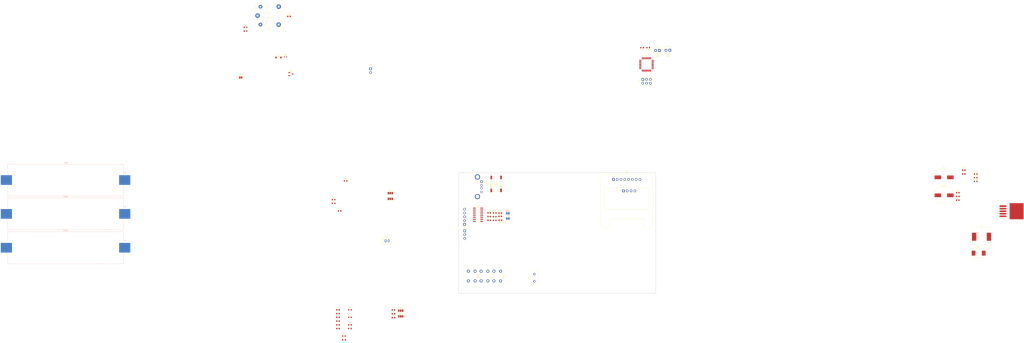
<source format=kicad_pcb>
(kicad_pcb (version 20241229) (generator "pcbnew") (generator_version "9.0")
  (layers (0 "F.Cu" signal) (2 "B.Cu" signal) (13 "F.Paste" user) (15 "B.Paste" user) (5 "F.SilkS" user "F.Silkscreen") (7 "B.SilkS" user "B.Silkscreen") (1 "F.Mask" user) (3 "B.Mask" user) (25 "Edge.Cuts" user))
  (net 0 "")
  (net 1 "+12V")
  (net 2 "GND")
  (net 3 "+5V")
  (net 4 "ARDU_RST")
  (net 5 "Net-(U3-V3)")
  (net 6 "Net-(D3-A)")
  (net 7 "UART_TX")
  (net 8 "Net-(D4-A)")
  (net 9 "Net-(D5-A)")
  (net 10 "UART_RX")
  (net 11 "Net-(D10-A)")
  (net 12 "Net-(D11-A)")
  (net 13 "Net-(D12-A)")
  (net 14 "PSensor")
  (net 15 "SDA")
  (net 16 "SCL")
  (net 17 "SCK")
  (net 18 "MISO")
  (net 19 "MOSI")
  (net 20 "Net-(JP1-A)")
  (net 21 "RLY_CTRL")
  (net 22 "Net-(JP2-B)")
  (net 23 "Net-(JP2-C)")
  (net 24 "Net-(JP2-A)")
  (net 25 "VBUS")
  (net 26 "Net-(JP3-A)")
  (net 27 "Net-(JP7-A)")
  (net 28 "Net-(Q1-B)")
  (net 29 "Vsense")
  (net 30 "D+")
  (net 33 "D-")
  (net 39 "Net-(U1-AREF)")
  (net 40 "Net-(U1-XTAL1{slash}PB6)")
  (net 41 "Net-(U1-XTAL2{slash}PB7)")
  (net 42 "Net-(J6-Pin_4)")
  (net 43 "Net-(D1-A)")
  (net 44 "Net-(D2-A)")
  (net 45 "Net-(D6-A)")
  (net 46 "Net-(D6-K)")
  (net 47 "Net-(D8-K)")
  (net 48 "Net-(D9-K)")
  (net 49 "Net-(J1-Pin_1)")
  (net 50 "Net-(J2-Pin_3)")
  (net 51 "Net-(J2-Pin_4)")
  (net 52 "Net-(JP1-B)")
  (net 53 "Net-(JP1-C)")
  (net 54 "Net-(JP6-A)")
  (net 56 "Net-(U1-PD7)")
  (net 57 "Net-(U1-PD4)")
  (net 58 "Net-(U1-PD3)")
  (net 59 "Net-(U2-~{ON}{slash}OFF)")
  (net 60 "Net-(U2-FB)")
  (footprint "Capacitor_SMD:C_0603_1608Metric" (layer "F.Cu") (at 470.7 18.32)
    (property "Reference" "C13" (at 0 -1.43 0) (layer "F.SilkS"))
    (property "Value" "0.47uF")
    (pad "1" smd roundrect (at -0.775 0) (size 0.9 0.95) (layers "F.Cu" "F.Mask" "F.Paste") (net 3 "+5V"))
    (pad "2" smd roundrect (at 0.775 0) (size 0.9 0.95) (layers "F.Cu" "F.Mask" "F.Paste") (net 2 "GND"))
  )
  (footprint "Resistor_SMD:R_0603_1608Metric" (layer "F.Cu") (at -11.08 -80.07)
    (property "Reference" "R11" (at 0 -1.43 0) (layer "F.SilkS"))
    (property "Value" "1K")
    (pad "1" smd roundrect (at -0.825 0) (size 0.8 0.95) (layers "F.Cu" "F.Mask" "F.Paste") (net 26 "Net-(JP3-A)"))
    (pad "2" smd roundrect (at 0.825 0) (size 0.8 0.95) (layers "F.Cu" "F.Mask" "F.Paste") (net 28 "Net-(Q1-B)"))
  )
  (footprint "Capacitor_SMD:CP_Elec_10x10.5" (layer "F.Cu") (at 457.515 20.58)
    (property "Reference" "C7" (at 0 -6.3 0) (layer "F.SilkS"))
    (property "Value" "100uF")
    (pad "1" smd roundrect (at -4.2 0) (size 4.4 2.5) (layers "F.Cu" "F.Mask" "F.Paste") (roundrect_rratio 0.1) (net 1 "+12V"))
    (pad "2" smd roundrect (at 4.2 0) (size 4.4 2.5) (layers "F.Cu" "F.Mask" "F.Paste") (roundrect_rratio 0.1) (net 2 "GND"))
  )
  (footprint "Resistor_SMD:R_0603_1608Metric" (layer "F.Cu") (at 156.085 44.475)
    (property "Reference" "R20" (at 0 -1.43 0) (layer "F.SilkS"))
    (property "Value" "10K")
    (pad "1" smd roundrect (at -0.825 0) (size 0.8 0.95) (layers "F.Cu" "F.Mask" "F.Paste") (net 25 "VBUS"))
    (pad "2" smd roundrect (at 0.825 0) (size 0.8 0.95) (layers "F.Cu" "F.Mask" "F.Paste") (net 11 "Net-(D10-A)"))
  )
  (footprint "Capacitor_SMD:C_0603_1608Metric" (layer "F.Cu") (at 50.97 119.52)
    (property "Reference" "C5" (at 0 -1.43 0) (layer "F.SilkS"))
    (property "Value" "22pF")
    (pad "1" smd roundrect (at -0.775 0) (size 0.9 0.95) (layers "F.Cu" "F.Mask" "F.Paste") (net 40 "Net-(U1-XTAL1{slash}PB6)"))
    (pad "2" smd roundrect (at 0.775 0) (size 0.9 0.95) (layers "F.Cu" "F.Mask" "F.Paste") (net 2 "GND"))
  )
  (footprint "LED_SMD:LED_0603_1608Metric" (layer "F.Cu") (at 159.74 46.755 180)
    (property "Reference" "D11" (at 0 -1.43 0) (layer "F.SilkS"))
    (property "Value" "LED")
    (pad "1" smd roundrect (at -0.7875 0 180) (size 0.875 0.95) (layers "F.Cu" "F.Mask" "F.Paste") (net 10 "UART_RX"))
    (pad "2" smd roundrect (at 0.7875 0 180) (size 0.875 0.95) (layers "F.Cu" "F.Mask" "F.Paste") (net 12 "Net-(D11-A)"))
  )
  (footprint "Inductor_SMD:L_12x12mm_H8mm" (layer "F.Cu") (at 482.62 60.43)
    (property "Reference" "L1" (at 0 -7.4 0) (layer "F.SilkS"))
    (property "Value" "47uH")
    (pad "1" smd rect (at -4.95 0) (size 2.9 5.4) (layers "F.Cu" "F.Mask" "F.Paste") (net 48 "Net-(D9-K)"))
    (pad "2" smd rect (at 4.95 0) (size 2.9 5.4) (layers "F.Cu" "F.Mask" "F.Paste") (net 3 "+5V"))
  )
  (footprint "Button_Switch_SMD:SW_DIP_SPSTx01_Slide_9.78x4.72mm_W8.61mm_P2.54mm" (layer "F.Cu") (at 153.79 25.02 90)
    (property "Reference" "SW6" (at 0 -3.42 90) (layer "F.SilkS"))
    (property "Value" "SW_SPST")
    (pad "1" smd roundrect (at -4.305 0 90) (size 2.44 1.12) (layers "F.Cu" "F.Mask" "F.Paste") (roundrect_rratio 0.223214) (net 49 "Net-(J1-Pin_1)"))
    (pad "2" smd roundrect (at 4.305 0 90) (size 2.44 1.12) (layers "F.Cu" "F.Mask" "F.Paste") (roundrect_rratio 0.223214) (net 1 "+12V"))
  )
  (footprint "Jumper:SolderJumper-3_P1.3mm_Open_Pad1.0x1.5mm" (layer "F.Cu") (at 86.12 35.015)
    (property "Reference" "JP5" (at 0 -1.8 0) (layer "F.SilkS"))
    (property "Value" "SolderJumper_3_Open")
    (pad "1" smd rect (at -1.3 0) (size 1 1.5) (layers "F.Cu" "F.Mask") (net 3 "+5V"))
    (pad "2" smd rect (at 0 0) (size 1 1.5) (layers "F.Cu" "F.Mask") (net 50 "Net-(J2-Pin_3)"))
    (pad "3" smd rect (at 1.3 0) (size 1 1.5) (layers "F.Cu" "F.Mask") (net 2 "GND"))
  )
  (footprint "Capacitor_SMD:C_0603_1608Metric" (layer "F.Cu") (at 50.97 114.5)
    (property "Reference" "C3" (at 0 -1.43 0) (layer "F.SilkS"))
    (property "Value" "1uF")
    (pad "1" smd roundrect (at -0.775 0) (size 0.9 0.95) (layers "F.Cu" "F.Mask" "F.Paste") (net 2 "GND"))
    (pad "2" smd roundrect (at 0.775 0) (size 0.9 0.95) (layers "F.Cu" "F.Mask" "F.Paste") (net 3 "+5V"))
  )
  (footprint "Resistor_SMD:R_0603_1608Metric" (layer "F.Cu") (at 156.085 49.495)
    (property "Reference" "R22" (at 0 -1.43 0) (layer "F.SilkS"))
    (property "Value" "2K2")
    (pad "1" smd roundrect (at -0.825 0) (size 0.8 0.95) (layers "F.Cu" "F.Mask" "F.Paste") (net 27 "Net-(JP7-A)"))
    (pad "2" smd roundrect (at 0.825 0) (size 0.8 0.95) (layers "F.Cu" "F.Mask" "F.Paste") (net 13 "Net-(D12-A)"))
  )
  (footprint "Jumper:SolderJumper-3_P1.3mm_Open_Pad1.0x1.5mm" (layer "F.Cu") (at 93.03 113.835)
    (property "Reference" "JP2" (at 0 -1.8 0) (layer "F.SilkS"))
    (property "Value" "SolderJumper_3_Open")
    (pad "1" smd rect (at -1.3 0) (size 1 1.5) (layers "F.Cu" "F.Mask") (net 24 "Net-(JP2-A)"))
    (pad "2" smd rect (at 0 0) (size 1 1.5) (layers "F.Cu" "F.Mask") (net 23 "Net-(JP2-C)"))
    (pad "3" smd rect (at 1.3 0) (size 1 1.5) (layers "F.Cu" "F.Mask") (net 22 "Net-(JP2-B)"))
  )
  (footprint "Connector_USB:USB_A_Connfly_DS1095" (layer "F.Cu") (at 147.23 23.42 -90)
    (property "Reference" "J7" (at -1.95 -2.35 90) (layer "F.SilkS"))
    (property "Value" "USB_A")
    (pad "1" thru_hole roundrect (at 0 0 270) (size 1.524 1.524) (drill 0.92) (layers "*.Cu" "*.Mask") (roundrect_rratio 0.1640419948) (net 25 "VBUS"))
    (pad "2" thru_hole circle (at 2.5 0 270) (size 1.524 1.524) (drill 0.92) (layers "*.Cu" "*.Mask") (net 33 "D-"))
    (pad "3" thru_hole circle (at 4.5 0 270) (size 1.524 1.524) (drill 0.92) (layers "*.Cu" "*.Mask") (net 30 "D+"))
    (pad "4" thru_hole circle (at 7 0 270) (size 1.524 1.524) (drill 0.92) (layers "*.Cu" "*.Mask") (net 2 "GND"))
    (pad "5" thru_hole circle (at -3.07 2.71 270) (size 3.5 3.5) (drill 2.3) (layers "*.Cu" "*.Mask") (net 2 "GND"))
    (pad "5" thru_hole circle (at 10.07 2.71 270) (size 3.5 3.5) (drill 2.3) (layers "*.Cu" "*.Mask") (net 2 "GND"))
  )
  (footprint "Diode_SMD:D_SOD-123" (layer "F.Cu") (at 11.055 -59.77)
    (property "Reference" "D7" (at 0 -2 0) (layer "F.SilkS"))
    (property "Value" "1N4148WT")
    (pad "1" smd roundrect (at -1.65 0) (size 0.9 1.2) (layers "F.Cu" "F.Mask" "F.Paste") (net 1 "+12V"))
    (pad "2" smd roundrect (at 1.65 0) (size 0.9 1.2) (layers "F.Cu" "F.Mask" "F.Paste") (net 46 "Net-(D6-K)"))
  )
  (footprint "Capacitor_SMD:C_0603_1608Metric" (layer "F.Cu") (at 152.4 44.395)
    (property "Reference" "C14" (at 0 -1.43 0) (layer "F.SilkS"))
    (property "Value" "100nF")
    (pad "1" smd roundrect (at -0.775 0) (size 0.9 0.95) (layers "F.Cu" "F.Mask" "F.Paste") (net 25 "VBUS"))
    (pad "2" smd roundrect (at 0.775 0) (size 0.9 0.95) (layers "F.Cu" "F.Mask" "F.Paste") (net 2 "GND"))
  )
  (footprint "Capacitor_SMD:C_0603_1608Metric" (layer "F.Cu") (at 466.69 30.87)
    (property "Reference" "C8" (at 0 -1.43 0) (layer "F.SilkS"))
    (property "Value" "0.022uF")
    (pad "1" smd roundrect (at -0.775 0) (size 0.9 0.95) (layers "F.Cu" "F.Mask" "F.Paste") (net 1 "+12V"))
    (pad "2" smd roundrect (at 0.775 0) (size 0.9 0.95) (layers "F.Cu" "F.Mask" "F.Paste") (net 2 "GND"))
  )
  (footprint "Capacitor_SMD:C_0603_1608Metric" (layer "F.Cu") (at 50.97 117.01)
    (property "Reference" "C4" (at 0 -1.43 0) (layer "F.SilkS"))
    (property "Value" "10uF")
    (pad "1" smd roundrect (at -0.775 0) (size 0.9 0.95) (layers "F.Cu" "F.Mask" "F.Paste") (net 2 "GND"))
    (pad "2" smd roundrect (at 0.775 0) (size 0.9 0.95) (layers "F.Cu" "F.Mask" "F.Paste") (net 3 "+5V"))
  )
  (footprint "Package_QFP:TQFP-32_7x7mm_P0.8mm" (layer "F.Cu") (at 257.89 -55.1475)
    (property "Reference" "U1" (at 0 -5.85 0) (layer "F.SilkS"))
    (property "Value" "ATmega328P-A")
    (pad "1" smd roundrect (at -4.1625 -2.8) (size 1.475 0.55) (layers "F.Cu" "F.Mask" "F.Paste") (net 58 "Net-(U1-PD3)"))
    (pad "2" smd roundrect (at -4.1625 -2) (size 1.475 0.55) (layers "F.Cu" "F.Mask" "F.Paste") (net 57 "Net-(U1-PD4)"))
    (pad "3" smd roundrect (at -4.1625 -1.2) (size 1.475 0.55) (layers "F.Cu" "F.Mask" "F.Paste") (net 2 "GND"))
    (pad "4" smd roundrect (at -4.1625 -0.4) (size 1.475 0.55) (layers "F.Cu" "F.Mask" "F.Paste") (net 3 "+5V"))
    (pad "5" smd roundrect (at -4.1625 0.4) (size 1.475 0.55) (layers "F.Cu" "F.Mask" "F.Paste") (net 2 "GND"))
    (pad "6" smd roundrect (at -4.1625 1.2) (size 1.475 0.55) (layers "F.Cu" "F.Mask" "F.Paste") (net 3 "+5V"))
    (pad "7" smd roundrect (at -4.1625 2) (size 1.475 0.55) (layers "F.Cu" "F.Mask" "F.Paste") (net 40 "Net-(U1-XTAL1{slash}PB6)"))
    (pad "8" smd roundrect (at -4.1625 2.8) (size 1.475 0.55) (layers "F.Cu" "F.Mask" "F.Paste") (net 41 "Net-(U1-XTAL2{slash}PB7)"))
    (pad "9" smd roundrect (at -2.8 4.1625) (size 0.55 1.475) (layers "F.Cu" "F.Mask" "F.Paste") (net 23 "Net-(JP2-C)"))
    (pad "10" smd roundrect (at -2 4.1625) (size 0.55 1.475) (layers "F.Cu" "F.Mask" "F.Paste") (net 53 "Net-(JP1-C)"))
    (pad "11" smd roundrect (at -1.2 4.1625) (size 0.55 1.475) (layers "F.Cu" "F.Mask" "F.Paste") (net 56 "Net-(U1-PD7)"))
    (pad "12" smd roundrect (at -0.4 4.1625) (size 0.55 1.475) (layers "F.Cu" "F.Mask" "F.Paste") (net 21 "RLY_CTRL"))
    (pad "13" smd roundrect (at 0.4 4.1625) (size 0.55 1.475) (layers "F.Cu" "F.Mask" "F.Paste"))
    (pad "14" smd roundrect (at 1.2 4.1625) (size 0.55 1.475) (layers "F.Cu" "F.Mask" "F.Paste"))
    (pad "15" smd roundrect (at 2 4.1625) (size 0.55 1.475) (layers "F.Cu" "F.Mask" "F.Paste") (net 19 "MOSI"))
    (pad "16" smd roundrect (at 2.8 4.1625) (size 0.55 1.475) (layers "F.Cu" "F.Mask" "F.Paste") (net 18 "MISO"))
    (pad "17" smd roundrect (at 4.1625 2.8) (size 1.475 0.55) (layers "F.Cu" "F.Mask" "F.Paste") (net 17 "SCK"))
    (pad "18" smd roundrect (at 4.1625 2) (size 1.475 0.55) (layers "F.Cu" "F.Mask" "F.Paste") (net 3 "+5V"))
    (pad "19" smd roundrect (at 4.1625 1.2) (size 1.475 0.55) (layers "F.Cu" "F.Mask" "F.Paste"))
    (pad "20" smd roundrect (at 4.1625 0.4) (size 1.475 0.55) (layers "F.Cu" "F.Mask" "F.Paste") (net 39 "Net-(U1-AREF)"))
    (pad "21" smd roundrect (at 4.1625 -0.4) (size 1.475 0.55) (layers "F.Cu" "F.Mask" "F.Paste") (net 2 "GND"))
    (pad "22" smd roundrect (at 4.1625 -1.2) (size 1.475 0.55) (layers "F.Cu" "F.Mask" "F.Paste"))
    (pad "23" smd roundrect (at 4.1625 -2) (size 1.475 0.55) (layers "F.Cu" "F.Mask" "F.Paste") (net 14 "PSensor"))
    (pad "24" smd roundrect (at 4.1625 -2.8) (size 1.475 0.55) (layers "F.Cu" "F.Mask" "F.Paste") (net 29 "Vsense"))
    (pad "25" smd roundrect (at 2.8 -4.1625) (size 0.55 1.475) (layers "F.Cu" "F.Mask" "F.Paste"))
    (pad "26" smd roundrect (at 2 -4.1625) (size 0.55 1.475) (layers "F.Cu" "F.Mask" "F.Paste"))
    (pad "27" smd roundrect (at 1.2 -4.1625) (size 0.55 1.475) (layers "F.Cu" "F.Mask" "F.Paste") (net 15 "SDA"))
    (pad "28" smd roundrect (at 0.4 -4.1625) (size 0.55 1.475) (layers "F.Cu" "F.Mask" "F.Paste") (net 16 "SCL"))
    (pad "29" smd roundrect (at -0.4 -4.1625) (size 0.55 1.475) (layers "F.Cu" "F.Mask" "F.Paste") (net 4 "ARDU_RST"))
    (pad "30" smd roundrect (at -1.2 -4.1625) (size 0.55 1.475) (layers "F.Cu" "F.Mask" "F.Paste") (net 10 "UART_RX"))
    (pad "31" smd roundrect (at -2 -4.1625) (size 0.55 1.475) (layers "F.Cu" "F.Mask" "F.Paste") (net 7 "UART_TX"))
    (pad "32" smd roundrect (at -2.8 -4.1625) (size 0.55 1.475) (layers "F.Cu" "F.Mask" "F.Paste"))
  )
  (footprint "Relay_THT:Relay_SPDT_SANYOU_SRD_Series_Form_C" (layer "F.Cu") (at -2.99 -87.91)
    (property "Reference" "K1" (at 8.1 9.2 0) (layer "F.SilkS"))
    (property "Value" "SANYOU_SRD_Form_C")
    (pad "1" thru_hole circle (at 0 0 90) (size 3 3) (drill 1.3) (layers "*.Cu" "*.Mask") (net 47 "Net-(D8-K)"))
    (pad "2" thru_hole circle (at 1.95 6.05 90) (size 2.5 2.5) (drill 1) (layers "*.Cu" "*.Mask") (net 46 "Net-(D6-K)"))
    (pad "3" thru_hole circle (at 14.15 6.05 90) (size 3 3) (drill 1.3) (layers "*.Cu" "*.Mask") (net 1 "+12V"))
    (pad "4" thru_hole circle (at 14.2 -6 90) (size 3 3) (drill 1.3) (layers "*.Cu" "*.Mask"))
    (pad "5" thru_hole circle (at 1.95 -5.95 90) (size 2.5 2.5) (drill 1) (layers "*.Cu" "*.Mask") (net 1 "+12V"))
  )
  (footprint "Resistor_SMD:R_0603_1608Metric" (layer "F.Cu") (at 254.94 -66.39 180)
    (property "Reference" "R8" (at 0 -1.43 0) (layer "F.SilkS"))
    (property "Value" "1K")
    (pad "1" smd roundrect (at -0.825 0 180) (size 0.8 0.95) (layers "F.Cu" "F.Mask" "F.Paste") (net 24 "Net-(JP2-A)"))
    (pad "2" smd roundrect (at 0.825 0 180) (size 0.8 0.95) (layers "F.Cu" "F.Mask" "F.Paste") (net 9 "Net-(D5-A)"))
  )
  (footprint "Capacitor_SMD:C_0603_1608Metric" (layer "F.Cu") (at 152.4 46.905)
    (property "Reference" "C15" (at 0 -1.43 0) (layer "F.SilkS"))
    (property "Value" "100nF")
    (pad "1" smd roundrect (at -0.775 0) (size 0.9 0.95) (layers "F.Cu" "F.Mask" "F.Paste") (net 2 "GND"))
    (pad "2" smd roundrect (at 0.775 0) (size 0.9 0.95) (layers "F.Cu" "F.Mask" "F.Paste") (net 5 "Net-(U3-V3)"))
  )
  (footprint "Connector_PinSocket_2.54mm:PinSocket_1x02_P2.54mm_Vertical" (layer "F.Cu") (at 72.84 -52.24)
    (property "Reference" "J5" (at 0 -2.77 0) (layer "F.SilkS"))
    (property "Value" "Valve Terminal")
    (pad "1" thru_hole rect (at 0 0) (size 1.7 1.7) (drill 1) (layers "*.Cu" "*.Mask") (net 47 "Net-(D8-K)"))
    (pad "2" thru_hole circle (at 0 2.54) (size 1.7 1.7) (drill 1) (layers "*.Cu" "*.Mask") (net 2 "GND"))
  )
  (footprint "Button_Switch_THT:SW_PUSH_6mm_H9.5mm" (layer "F.Cu") (at 160.03 83.55 -90)
    (property "Reference" "SW2" (at 3.25 -2 90) (layer "F.SilkS"))
    (property "Value" "SW_Push")
    (pad "1" thru_hole circle (at 0 0) (size 2 2) (drill 1.1) (layers "*.Cu" "*.Mask") (net 2 "GND"))
    (pad "1" thru_hole circle (at 6.5 0) (size 2 2) (drill 1.1) (layers "*.Cu" "*.Mask") (net 2 "GND"))
    (pad "2" thru_hole circle (at 0 4.5) (size 2 2) (drill 1.1) (layers "*.Cu" "*.Mask") (net 4 "ARDU_RST"))
    (pad "2" thru_hole circle (at 6.5 4.5) (size 2 2) (drill 1.1) (layers "*.Cu" "*.Mask") (net 4 "ARDU_RST"))
  )
  (footprint "Resistor_SMD:R_0603_1608Metric" (layer "F.Cu") (at 52.08 43.07)
    (property "Reference" "R13" (at 0 -1.43 0) (layer "F.SilkS"))
    (property "Value" "4.7K")
    (pad "1" smd roundrect (at -0.825 0) (size 0.8 0.95) (layers "F.Cu" "F.Mask" "F.Paste") (net 15 "SDA"))
    (pad "2" smd roundrect (at 0.825 0) (size 0.8 0.95) (layers "F.Cu" "F.Mask" "F.Paste") (net 3 "+5V"))
  )
  (footprint "Button_Switch_SMD:SW_DIP_SPSTx01_Slide_9.78x4.72mm_W8.61mm_P2.54mm" (layer "F.Cu") (at 160.33 24.985 90)
    (property "Reference" "SW1" (at 0 -3.42 90) (layer "F.SilkS"))
    (property "Value" "SW_SPST")
    (pad "1" smd roundrect (at -4.305 0 90) (size 2.44 1.12) (layers "F.Cu" "F.Mask" "F.Paste") (roundrect_rratio 0.223214) (net 2 "GND"))
    (pad "2" smd roundrect (at 4.305 0 90) (size 2.44 1.12) (layers "F.Cu" "F.Mask" "F.Paste") (roundrect_rratio 0.223214) (net 26 "Net-(JP3-A)"))
  )
  (footprint "Resistor_SMD:R_0603_1608Metric" (layer "F.Cu") (at 56.09 22.99)
    (property "Reference" "R14" (at 0 -1.43 0) (layer "F.SilkS"))
    (property "Value" "4.7K")
    (pad "1" smd roundrect (at -0.825 0) (size 0.8 0.95) (layers "F.Cu" "F.Mask" "F.Paste") (net 16 "SCL"))
    (pad "2" smd roundrect (at 0.825 0) (size 0.8 0.95) (layers "F.Cu" "F.Mask" "F.Paste") (net 3 "+5V"))
  )
  (footprint "Resistor_SMD:R_0603_1608Metric" (layer "F.Cu") (at 54.98 129.56)
    (property "Reference" "R4" (at 0 -1.43 0) (layer "F.SilkS"))
    (property "Value" "1K")
    (pad "1" smd roundrect (at -0.825 0) (size 0.8 0.95) (layers "F.Cu" "F.Mask" "F.Paste") (net 52 "Net-(JP1-B)"))
    (pad "2" smd roundrect (at 0.825 0) (size 0.8 0.95) (layers "F.Cu" "F.Mask" "F.Paste") (net 44 "Net-(D2-A)"))
  )
  (footprint "LED_SMD:LED_0603_1608Metric" (layer "F.Cu") (at 88.2 109.52)
    (property "Reference" "D1" (at 0 -1.43 0) (layer "F.SilkS"))
    (property "Value" "LED")
    (pad "1" smd roundrect (at -0.7875 0) (size 0.875 0.95) (layers "F.Cu" "F.Mask" "F.Paste") (net 2 "GND"))
    (pad "2" smd roundrect (at 0.7875 0) (size 0.875 0.95) (layers "F.Cu" "F.Mask" "F.Paste") (net 43 "Net-(D1-A)"))
  )
  (footprint "Diode_SMD:D_SMC" (layer "F.Cu") (at 480.705 71.43)
    (property "Reference" "D9" (at 0 -4.1 0) (layer "F.SilkS"))
    (property "Value" "D_Schottky")
    (pad "1" smd roundrect (at -3.4 0 90) (size 3.3 2.5) (layers "F.Cu" "F.Mask" "F.Paste") (roundrect_rratio 0.1) (net 48 "Net-(D9-K)"))
    (pad "2" smd roundrect (at 3.4 0 90) (size 3.3 2.5) (layers "F.Cu" "F.Mask" "F.Paste") (roundrect_rratio 0.1) (net 2 "GND"))
  )
  (footprint "Resistor_SMD:R_0603_1608Metric" (layer "F.Cu") (at 48.07 38.05)
    (property "Reference" "R2" (at 0 -1.43 0) (layer "F.SilkS"))
    (property "Value" "10K")
    (pad "1" smd roundrect (at -0.825 0) (size 0.8 0.95) (layers "F.Cu" "F.Mask" "F.Paste") (net 2 "GND"))
    (pad "2" smd roundrect (at 0.825 0) (size 0.8 0.95) (layers "F.Cu" "F.Mask" "F.Paste") (net 29 "Vsense"))
  )
  (footprint "Resistor_SMD:R_0603_1608Metric" (layer "F.Cu") (at 48.07 35.54)
    (property "Reference" "R1" (at 0 -1.43 0) (layer "F.SilkS"))
    (property "Value" "14K")
    (pad "1" smd roundrect (at -0.825 0) (size 0.8 0.95) (layers "F.Cu" "F.Mask" "F.Paste") (net 29 "Vsense"))
    (pad "2" smd roundrect (at 0.825 0) (size 0.8 0.95) (layers "F.Cu" "F.Mask" "F.Paste") (net 1 "+12V"))
  )
  (footprint "Resistor_SMD:R_0603_1608Metric" (layer "F.Cu") (at 58.99 114.5)
    (property "Reference" "R7" (at 0 -1.43 0) (layer "F.SilkS"))
    (property "Value" "1K")
    (pad "1" smd roundrect (at -0.825 0) (size 0.8 0.95) (layers "F.Cu" "F.Mask" "F.Paste") (net 22 "Net-(JP2-B)"))
    (pad "2" smd roundrect (at 0.825 0) (size 0.8 0.95) (layers "F.Cu" "F.Mask" "F.Paste") (net 8 "Net-(D4-A)"))
  )
  (footprint "LED_THT:LED_D5.0mm_IRGrey" (layer "F.Cu") (at 273.51 -64.66 180)
    (property "Reference" "D5" (at 1.27 -3.96 0) (layer "F.SilkS"))
    (property "Value" "LD271")
    (pad "1" thru_hole rect (at 0 0 180) (size 1.8 1.8) (drill 0.9) (layers "*.Cu" "*.Mask") (net 2 "GND"))
    (pad "2" thru_hole circle (at 2.54 0 180) (size 1.8 1.8) (drill 0.9) (layers "*.Cu" "*.Mask") (net 9 "Net-(D5-A)"))
  )
  (footprint "Display:Adafruit_SSD1306_No_Mounting_Holes" (layer "F.Cu") (at 235.71 21.985)
    (property "Reference" "U4" (at 8.89 -5 0) (layer "F.SilkS"))
    (property "Value" "EA_T123X-I2C")
    (pad "1" thru_hole rect (at 0 0) (size 1.7 1.7) (drill 1) (layers "*.Cu" "*.Mask") (net 3 "+5V"))
    (pad "2" thru_hole circle (at 2.54 0) (size 1.7 1.7) (drill 1) (layers "*.Cu" "*.Mask") (net 2 "GND"))
    (pad "3" thru_hole circle (at 5.08 0) (size 1.7 1.7) (drill 1) (layers "*.Cu" "*.Mask") (net 3 "+5V"))
    (pad "4" thru_hole circle (at 7.62 0) (size 1.7 1.7) (drill 1) (layers "*.Cu" "*.Mask") (net 2 "GND"))
    (pad "5" thru_hole circle (at 10.16 0) (size 1.7 1.7) (drill 1) (layers "*.Cu" "*.Mask") (net 15 "SDA"))
    (pad "6" thru_hole circle (at 12.7 0) (size 1.7 1.7) (drill 1) (layers "*.Cu" "*.Mask") (net 16 "SCL"))
    (pad "7" thru_hole circle (at 15.24 0) (size 1.7 1.7) (drill 1) (layers "*.Cu" "*.Mask"))
    (pad "8" thru_hole circle (at 17.78 0) (size 1.7 1.7) (drill 1) (layers "*.Cu" "*.Mask"))
  )
  (footprint "Resistor_SMD:R_0603_1608Metric" (layer "F.Cu") (at 58.99 119.52)
    (property "Reference" "R9" (at 0 -1.43 0) (layer "F.SilkS"))
    (property "Value" "1K")
    (pad "1" smd roundrect (at -0.825 0) (size 0.8 0.95) (layers "F.Cu" "F.Mask" "F.Paste") (net 3 "+5V"))
    (pad "2" smd roundrect (at 0.825 0) (size 0.8 0.95) (layers "F.Cu" "F.Mask" "F.Paste") (net 57 "Net-(U1-PD4)"))
  )
  (footprint "Connector_PinSocket_2.54mm:PinSocket_1x04_P2.54mm_Vertical" (layer "F.Cu") (at 242.46 29.665 90)
    (property "Reference" "J2" (at 0 -2.77 90) (layer "F.SilkS"))
    (property "Value" "Conn_01x04_Pin")
    (pad "1" thru_hole rect (at 0 0 90) (size 1.7 1.7) (drill 1) (layers "*.Cu" "*.Mask") (net 15 "SDA"))
    (pad "2" thru_hole circle (at 0 2.54 90) (size 1.7 1.7) (drill 1) (layers "*.Cu" "*.Mask") (net 16 "SCL"))
    (pad "3" thru_hole circle (at 0 5.08 90) (size 1.7 1.7) (drill 1) (layers "*.Cu" "*.Mask") (net 50 "Net-(J2-Pin_3)"))
    (pad "4" thru_hole circle (at 0 7.62 90) (size 1.7 1.7) (drill 1) (layers "*.Cu" "*.Mask") (net 51 "Net-(J2-Pin_4)"))
  )
  (footprint "Capacitor_SMD:C_0603_1608Metric" (layer "F.Cu") (at 466.69 33.38)
    (property "Reference" "C9" (at 0 -1.43 0) (layer "F.SilkS"))
    (property "Value" "0.47uF")
    (pad "1" smd roundrect (at -0.775 0) (size 0.9 0.95) (layers "F.Cu" "F.Mask" "F.Paste") (net 1 "+12V"))
    (pad "2" smd roundrect (at 0.775 0) (size 0.9 0.95) (layers "F.Cu" "F.Mask" "F.Paste") (net 2 "GND"))
  )
  (footprint "Capacitor_SMD:C_0603_1608Metric" (layer "F.Cu") (at 50.97 111.99)
    (property "Reference" "C2" (at 0 -1.43 0) (layer "F.SilkS"))
    (property "Value" "100nF")
    (pad "1" smd roundrect (at -0.775 0) (size 0.9 0.95) (layers "F.Cu" "F.Mask" "F.Paste") (net 2 "GND"))
    (pad "2" smd roundrect (at 0.775 0) (size 0.9 0.95) (layers "F.Cu" "F.Mask" "F.Paste") (net 3 "+5V"))
  )
  (footprint "LED_SMD:LED_0603_1608Metric" (layer "F.Cu") (at 88.2 112.11)
    (property "Reference" "D2" (at 0 -1.43 0) (layer "F.SilkS"))
    (property "Value" "LED")
    (pad "1" smd roundrect (at -0.7875 0) (size 0.875 0.95) (layers "F.Cu" "F.Mask" "F.Paste") (net 2 "GND"))
    (pad "2" smd roundrect (at 0.7875 0) (size 0.875 0.95) (layers "F.Cu" "F.Mask" "F.Paste") (net 44 "Net-(D2-A)"))
  )
  (footprint "Resistor_SMD:R_0603_1608Metric" (layer "F.Cu") (at 54.98 127.05)
    (property "Reference" "R3" (at 0 -1.43 0) (layer "F.SilkS"))
    (property "Value" "1K")
    (pad "1" smd roundrect (at -0.825 0) (size 0.8 0.95) (layers "F.Cu" "F.Mask" "F.Paste") (net 56 "Net-(U1-PD7)"))
    (pad "2" smd roundrect (at 0.825 0) (size 0.8 0.95) (layers "F.Cu" "F.Mask" "F.Paste") (net 43 "Net-(D1-A)"))
  )
  (footprint "Resistor_SMD:R_0603_1608Metric" (layer "F.Cu") (at 156.085 46.985)
    (property "Reference" "R21" (at 0 -1.43 0) (layer "F.SilkS"))
    (property "Value" "10K")
    (pad "1" smd roundrect (at -0.825 0) (size 0.8 0.95) (layers "F.Cu" "F.Mask" "F.Paste") (net 25 "VBUS"))
    (pad "2" smd roundrect (at 0.825 0) (size 0.8 0.95) (layers "F.Cu" "F.Mask" "F.Paste") (net 12 "Net-(D11-A)"))
  )
  (footprint "Connector_PinSocket_2.54mm:PinSocket_1x05_P2.54mm_Vertical" (layer "F.Cu") (at 135.885 52.135 180)
    (property "Reference" "J6" (at 0 -2.77 0) (layer "F.SilkS"))
    (property "Value" "Conn_01x05_Pin")
    (pad "1" thru_hole rect (at 0 0 180) (size 1.7 1.7) (drill 1) (layers "*.Cu" "*.Mask") (net 3 "+5V"))
    (pad "2" thru_hole circle (at 0 2.54 180) (size 1.7 1.7) (drill 1) (layers "*.Cu" "*.Mask") (net 7 "UART_TX"))
    (pad "3" thru_hole circle (at 0 5.08 180) (size 1.7 1.7) (drill 1) (layers "*.Cu" "*.Mask") (net 10 "UART_RX"))
    (pad "4" thru_hole circle (at 0 7.62 180) (size 1.7 1.7) (drill 1) (layers "*.Cu" "*.Mask") (net 42 "Net-(J6-Pin_4)"))
    (pad "5" thru_hole circle (at 0 10.16 180) (size 1.7 1.7) (drill 1) (layers "*.Cu" "*.Mask") (net 2 "GND"))
  )
  (footprint "LED_SMD:LED_0603_1608Metric" (layer "F.Cu") (at 88.2 114.7)
    (property "Reference" "D4" (at 0 -1.43 0) (layer "F.SilkS"))
    (property "Value" "LED")
    (pad "1" smd roundrect (at -0.7875 0) (size 0.875 0.95) (layers "F.Cu" "F.Mask" "F.Paste") (net 2 "GND"))
    (pad "2" smd roundrect (at 0.7875 0) (size 0.875 0.95) (layers "F.Cu" "F.Mask" "F.Paste") (net 8 "Net-(D4-A)"))
  )
  (footprint "Diode_SMD:D_SOD-523" (layer "F.Cu") (at 15.745 -60.22)
    (property "Reference" "D8" (at 0 -1.3 0) (layer "F.SilkS"))
    (property "Value" "1N4148WT")
    (pad "1" smd roundrect (at -0.7 0 180) (size 0.6 0.7) (layers "F.Cu" "F.Mask" "F.Paste") (net 47 "Net-(D8-K)"))
    (pad "2" smd roundrect (at 0.7 0 180) (size 0.6 0.7) (layers "F.Cu" "F.Mask" "F.Paste") (net 2 "GND"))
  )
  (footprint "Capacitor_SMD:C_0603_1608Metric" (layer "F.Cu") (at 466.69 35.89)
    (property "Reference" "C10" (at 0 -1.43 0) (layer "F.SilkS"))
    (property "Value" "0.47uF")
    (pad "1" smd roundrect (at -0.775 0) (size 0.9 0.95) (layers "F.Cu" "F.Mask" "F.Paste") (net 3 "+5V"))
    (pad "2" smd roundrect (at 0.775 0) (size 0.9 0.95) (layers "F.Cu" "F.Mask" "F.Paste") (net 2 "GND"))
  )
  (footprint "Capacitor_SMD:C_0603_1608Metric" (layer "F.Cu") (at 470.7 15.81)
    (property "Reference" "C12" (at 0 -1.43 0) (layer "F.SilkS"))
    (property "Value" "0.022uF")
    (pad "1" smd roundrect (at -0.775 0) (size 0.9 0.95) (layers "F.Cu" "F.Mask" "F.Paste") (net 3 "+5V"))
    (pad "2" smd roundrect (at 0.775 0) (size 0.9 0.95) (layers "F.Cu" "F.Mask" "F.Paste") (net 2 "GND"))
  )
  (footprint "Capacitor_SMD:C_0603_1608Metric" (layer "F.Cu") (at 152.4 49.415)
    (property "Reference" "C16" (at 0 -1.43 0) (layer "F.SilkS"))
    (property "Value" "100nF")
    (pad "1" smd roundrect (at -0.775 0) (size 0.9 0.95) (layers "F.Cu" "F.Mask" "F.Paste") (net 42 "Net-(J6-Pin_4)"))
    (pad "2" smd roundrect (at 0.775 0) (size 0.9 0.95) (layers "F.Cu" "F.Mask" "F.Paste") (net 4 "ARDU_RST"))
  )
  (footprint "Resistor_SMD:R_0603_1608Metric" (layer "F.Cu") (at 478.72 20.83)
    (property "Reference" "R17" (at 0 -1.43 0) (layer "F.SilkS"))
    (property "Value" "3.09K")
    (pad "1" smd roundrect (at -0.825 0) (size 0.8 0.95) (layers "F.Cu" "F.Mask" "F.Paste") (net 3 "+5V"))
    (pad "2" smd roundrect (at 0.825 0) (size 0.8 0.95) (layers "F.Cu" "F.Mask" "F.Paste") (net 60 "Net-(U2-FB)"))
  )
  (footprint "Connector_PinSocket_2.54mm:PinSocket_2x03_P2.54mm_Vertical" (layer "F.Cu") (at 255.42 -45.09 90)
    (property "Reference" "J4" (at -1.27 -2.77 90) (layer "F.SilkS"))
    (property "Value" "Conn_02x03_Odd_Even")
    (pad "1" thru_hole rect (at 0 0 90) (size 1.7 1.7) (drill 1) (layers "*.Cu" "*.Mask") (net 18 "MISO"))
    (pad "2" thru_hole circle (at -2.54 0 90) (size 1.7 1.7) (drill 1) (layers "*.Cu" "*.Mask") (net 3 "+5V"))
    (pad "3" thru_hole circle (at 0 2.54 90) (size 1.7 1.7) (drill 1) (layers "*.Cu" "*.Mask") (net 17 "SCK"))
    (pad "4" thru_hole circle (at -2.54 2.54 90) (size 1.7 1.7) (drill 1) (layers "*.Cu" "*.Mask") (net 19 "MOSI"))
    (pad "5" thru_hole circle (at 0 5.08 90) (size 1.7 1.7) (drill 1) (layers "*.Cu" "*.Mask") (net 4 "ARDU_RST"))
    (pad "6" thru_hole circle (at -2.54 5.08 90) (size 1.7 1.7) (drill 1) (layers "*.Cu" "*.Mask") (net 2 "GND"))
  )
  (footprint "Button_Switch_THT:SW_PUSH_6mm_H9.5mm" (layer "F.Cu") (at 151.48 83.55 -90)
    (property "Reference" "SW3" (at 3.25 -2 90) (layer "F.SilkS"))
    (property "Value" "SW_Push")
    (pad "1" thru_hole circle (at 0 0) (size 2 2) (drill 1.1) (layers "*.Cu" "*.Mask") (net 2 "GND"))
    (pad "1" thru_hole circle (at 6.5 0) (size 2 2) (drill 1.1) (layers "*.Cu" "*.Mask") (net 2 "GND"))
    (pad "2" thru_hole circle (at 0 4.5) (size 2 2) (drill 1.1) (layers "*.Cu" "*.Mask") (net 57 "Net-(U1-PD4)"))
    (pad "2" thru_hole circle (at 6.5 4.5) (size 2 2) (drill 1.1) (layers "*.Cu" "*.Mask") (net 57 "Net-(U1-PD4)"))
  )
  (footprint "Resistor_SMD:R_0603_1608Metric" (layer "F.Cu") (at 58.99 109.48)
    (property "Reference" "R5" (at 0 -1.43 0) (layer "F.SilkS"))
    (property "Value" "1K")
    (pad "1" smd roundrect (at -0.825 0) (size 0.8 0.95) (layers "F.Cu" "F.Mask" "F.Paste") (net 3 "+5V"))
    (pad "2" smd roundrect (at 0.825 0) (size 0.8 0.95) (layers "F.Cu" "F.Mask" "F.Paste") (net 4 "ARDU_RST"))
  )
  (footprint "Jumper:SolderJumper-3_P1.3mm_Open_Pad1.0x1.5mm" (layer "F.Cu") (at 93.03 110)
    (property "Reference" "JP1" (at 0 -1.8 0) (layer "F.SilkS"))
    (property "Value" "SolderJumper_3_Open")
    (pad "1" smd rect (at -1.3 0) (size 1 1.5) (layers "F.Cu" "F.Mask") (net 20 "Net-(JP1-A)"))
    (pad "2" smd rect (at 0 0) (size 1 1.5) (layers "F.Cu" "F.Mask") (net 53 "Net-(JP1-C)"))
    (pad "3" smd rect (at 1.3 0) (size 1 1.5) (layers "F.Cu" "F.Mask") (net 52 "Net-(JP1-B)"))
  )
  (footprint "Jumper:SolderJumper-3_P1.3mm_Open_Pad1.0x1.5mm" (layer "F.Cu") (at 86.12 31.18)
    (property "Reference" "JP4" (at 0 -1.8 0) (layer "F.SilkS"))
    (property "Value" "SolderJumper_3_Open")
    (pad "1" smd rect (at -1.3 0) (size 1 1.5) (layers "F.Cu" "F.Mask") (net 3 "+5V"))
    (pad "2" smd rect (at 0 0) (size 1 1.5) (layers "F.Cu" "F.Mask") (net 51 "Net-(J2-Pin_4)"))
    (pad "3" smd rect (at 1.3 0) (size 1 1.5) (layers "F.Cu" "F.Mask") (net 2 "GND"))
  )
  (footprint "Jumper:SolderJumper-2_P1.3mm_Open_RoundedPad1.0x1.5mm" (layer "F.Cu") (at -14.33 -46.37)
    (property "Reference" "JP3" (at 0 -1.8 0) (layer "F.SilkS"))
    (property "Value" "SolderJumper_2_Open")
    (pad "1" smd custom (at -0.65 0) (size 1 0.5) (layers "F.Cu" "F.Mask") (net 26 "Net-(JP3-A)") (options (clearance outline) (anchor rect)) (primitives (gr_circle (center 0 0.25) (end 0.5 0.25) (width 0) (fill yes)) (gr_circle (center 0 -0.25) (end 0.5 -0.25) (width 0) (fill yes)) (gr_poly (pts (xy 0.5 0.75) (xy 0 0.75) (xy 0 -0.75) (xy 0.5 -0.75)) (width 0) (fill yes))))
    (pad "2" smd custom (at 0.65 0) (size 1 0.5) (layers "F.Cu" "F.Mask") (net 21 "RLY_CTRL") (options (clearance outline) (anchor rect)) (primitives (gr_circle (center 0 0.25) (end 0.5 0.25) (width 0) (fill yes)) (gr_circle (center 0 -0.25) (end 0.5 -0.25) (width 0) (fill yes)) (gr_poly (pts (xy 0 0.75) (xy -0.5 0.75) (xy -0.5 -0.75) (xy 0 -0.75)) (width 0) (fill yes))))
  )
  (footprint "Resistor_SMD:R_0603_1608Metric" (layer "F.Cu") (at 58.99 122.03)
    (property "Reference" "R10" (at 0 -1.43 0) (layer "F.SilkS"))
    (property "Value" "1K")
    (pad "1" smd roundrect (at -0.825 0) (size 0.8 0.95) (layers "F.Cu" "F.Mask" "F.Paste") (net 3 "+5V"))
    (pad "2" smd roundrect (at 0.825 0) (size 0.8 0.95) (layers "F.Cu" "F.Mask" "F.Paste") (net 58 "Net-(U1-PD3)"))
  )
  (footprint "Package_TO_SOT_SMD:TO-263-5_TabPin3" (layer "F.Cu") (at 504.65 43.32)
    (property "Reference" "U2" (at 0 -6.65 0) (layer "F.SilkS"))
    (property "Value" "LM2596S-5")
    (pad "1" smd roundrect (at -7.65 -3.4) (size 4.6 1.1) (layers "F.Cu" "F.Mask" "F.Paste") (roundrect_rratio 0.227273) (net 1 "+12V"))
    (pad "2" smd roundrect (at -7.65 -1.7) (size 4.6 1.1) (layers "F.Cu" "F.Mask" "F.Paste") (roundrect_rratio 0.227273) (net 48 "Net-(D9-K)"))
    (pad "3" smd roundrect (at -7.65 0) (size 4.6 1.1) (layers "F.Cu" "F.Mask" "F.Paste") (roundrect_rratio 0.227273) (net 2 "GND"))
    (pad "3" smd roundrect (at 1.5 0) (size 9.4 10.8) (layers "F.Cu" "F.Mask") (roundrect_rratio 0.026596) (net 2 "GND"))
    (pad "4" smd roundrect (at -7.65 1.7) (size 4.6 1.1) (layers "F.Cu" "F.Mask" "F.Paste") (roundrect_rratio 0.227273) (net 60 "Net-(U2-FB)"))
    (pad "5" smd roundrect (at -7.65 3.4) (size 4.6 1.1) (layers "F.Cu" "F.Mask" "F.Paste") (roundrect_rratio 0.227273) (net 59 "Net-(U2-~{ON}{slash}OFF)"))
  )
  (footprint "Capacitor_SMD:C_0603_1608Metric" (layer "F.Cu") (at 50.97 109.48)
    (property "Reference" "C1" (at 0 -1.43 0) (layer "F.SilkS"))
    (property "Value" "100nF")
    (pad "1" smd roundrect (at -0.775 0) (size 0.9 0.95) (layers "F.Cu" "F.Mask" "F.Paste") (net 39 "Net-(U1-AREF)"))
    (pad "2" smd roundrect (at 0.775 0) (size 0.9 0.95) (layers "F.Cu" "F.Mask" "F.Paste") (net 2 "GND"))
  )
  (footprint "Connector_JST:JST_PH_B2B-PH-K_1x02_P2.00mm_Vertical" (layer "F.Cu") (at 82.96 63.21)
    (property "Reference" "J1" (at 1 -2.9 0) (layer "F.SilkS"))
    (property "Value" "Power Input")
    (pad "1" thru_hole roundrect (at 0 0) (size 1.2 1.75) (drill 0.75) (layers "*.Cu" "*.Mask") (roundrect_rratio 0.208333) (net 49 "Net-(J1-Pin_1)"))
    (pad "2" thru_hole oval (at 2 0) (size 1.2 1.75) (drill 0.75) (layers "*.Cu" "*.Mask") (net 2 "GND"))
  )
  (footprint "Package_SO:SOIC-16_3.9x9.9mm_P1.27mm" (layer "F.Cu") (at 144.895 45.725)
    (property "Reference" "U3" (at 0 -5.9 0) (layer "F.SilkS"))
    (property "Value" "CH340C")
    (pad "1" smd roundrect (at -2.475 -4.445) (size 1.95 0.6) (layers "F.Cu" "F.Mask" "F.Paste") (net 2 "GND"))
    (pad "2" smd roundrect (at -2.475 -3.175) (size 1.95 0.6) (layers "F.Cu" "F.Mask" "F.Paste") (net 10 "UART_RX"))
    (pad "3" smd roundrect (at -2.475 -1.905) (size 1.95 0.6) (layers "F.Cu" "F.Mask" "F.Paste") (net 7 "UART_TX"))
    (pad "4" smd roundrect (at -2.475 -0.635) (size 1.95 0.6) (layers "F.Cu" "F.Mask" "F.Paste") (net 5 "Net-(U3-V3)"))
    (pad "5" smd roundrect (at -2.475 0.635) (size 1.95 0.6) (layers "F.Cu" "F.Mask" "F.Paste") (net 30 "D+"))
    (pad "6" smd roundrect (at -2.475 1.905) (size 1.95 0.6) (layers "F.Cu" "F.Mask" "F.Paste") (net 33 "D-"))
    (pad "7" smd roundrect (at -2.475 3.175) (size 1.95 0.6) (layers "F.Cu" "F.Mask" "F.Paste"))
    (pad "8" smd roundrect (at -2.475 4.445) (size 1.95 0.6) (layers "F.Cu" "F.Mask" "F.Paste"))
    (pad "9" smd roundrect (at 2.475 4.445) (size 1.95 0.6) (layers "F.Cu" "F.Mask" "F.Paste"))
    (pad "10" smd roundrect (at 2.475 3.175) (size 1.95 0.6) (layers "F.Cu" "F.Mask" "F.Paste"))
    (pad "11" smd roundrect (at 2.475 1.905) (size 1.95 0.6) (layers "F.Cu" "F.Mask" "F.Paste"))
    (pad "12" smd roundrect (at 2.475 0.635) (size 1.95 0.6) (layers "F.Cu" "F.Mask" "F.Paste"))
    (pad "13" smd roundrect (at 2.475 -0.635) (size 1.95 0.6) (layers "F.Cu" "F.Mask" "F.Paste") (net 42 "Net-(J6-Pin_4)"))
    (pad "14" smd roundrect (at 2.475 -1.905) (size 1.95 0.6) (layers "F.Cu" "F.Mask" "F.Paste"))
    (pad "15" smd roundrect (at 2.475 -3.175) (size 1.95 0.6) (layers "F.Cu" "F.Mask" "F.Paste") (net 54 "Net-(JP6-A)"))
    (pad "16" smd roundrect (at 2.475 -4.445) (size 1.95 0.6) (layers "F.Cu" "F.Mask" "F.Paste") (net 25 "VBUS"))
  )
  (footprint "Connector_PinSocket_2.54mm:PinSocket_1x03_P2.54mm_Vertical" (layer "F.Cu") (at 135.955 56.48)
    (property "Reference" "J3" (at 0 -2.77 0) (layer "F.SilkS"))
    (property "Value" "Screw_Terminal_01x03")
    (pad "1" thru_hole rect (at 0 0) (size 1.7 1.7) (drill 1) (layers "*.Cu" "*.Mask") (net 2 "GND"))
    (pad "2" thru_hole circle (at 0 2.54) (size 1.7 1.7) (drill 1) (layers "*.Cu" "*.Mask") (net 14 "PSensor"))
    (pad "3" thru_hole circle (at 0 5.08) (size 1.7 1.7) (drill 1) (layers "*.Cu" "*.Mask") (net 3 "+5V"))
  )
  (footprint "LED_THT:LED_D5.0mm_IRGrey" (layer "F.Cu") (at 266.53 -64.52 180)
    (property "Reference" "D3" (at 1.27 -3.96 0) (layer "F.SilkS"))
    (property "Value" "LD271")
    (pad "1" thru_hole rect (at 0 0 180) (size 1.8 1.8) (drill 0.9) (layers "*.Cu" "*.Mask") (net 2 "GND"))
    (pad "2" thru_hole circle (at 2.54 0 180) (size 1.8 1.8) (drill 0.9) (layers "*.Cu" "*.Mask") (net 6 "Net-(D3-A)"))
  )
  (footprint "Crystal:Crystal_HC49-4H_Vertical" (layer "F.Cu") (at 182.67 90.34 90)
    (property "Reference" "Y1" (at 2.44 -3.52 90) (layer "F.SilkS"))
    (property "Value" "16MHz")
    (pad "1" thru_hole circle (at 0 0 90) (size 1.5 1.5) (drill 0.8) (layers "*.Cu" "*.Mask") (net 41 "Net-(U1-XTAL2{slash}PB7)"))
    (pad "2" thru_hole circle (at 4.88 0 90) (size 1.5 1.5) (drill 0.8) (layers "*.Cu" "*.Mask") (net 40 "Net-(U1-XTAL1{slash}PB6)"))
  )
  (footprint "Package_TO_SOT_SMD:SOT-23-3" (layer "F.Cu") (at 19.4 -48.685)
    (property "Reference" "Q1" (at 0 -2.4 0) (layer "F.SilkS"))
    (property "Value" "BC848")
    (pad "1" smd roundrect (at -1.1375 -0.95) (size 1.325 0.6) (layers "F.Cu" "F.Mask" "F.Paste") (net 28 "Net-(Q1-B)"))
    (pad "2" smd roundrect (at -1.1375 0.95) (size 1.325 0.6) (layers "F.Cu" "F.Mask" "F.Paste") (net 2 "GND"))
    (pad "3" smd roundrect (at 1.1375 0) (size 1.325 0.6) (layers "F.Cu" "F.Mask" "F.Paste") (net 46 "Net-(D6-K)"))
  )
  (footprint "Resistor_SMD:R_0603_1608Metric" (layer "F.Cu") (at -11.08 -77.56)
    (property "Reference" "R12" (at 0 -1.43 0) (layer "F.SilkS"))
    (property "Value" "2K2")
    (pad "1" smd roundrect (at -0.825 0) (size 0.8 0.95) (layers "F.Cu" "F.Mask" "F.Paste") (net 1 "+12V"))
    (pad "2" smd roundrect (at 0.825 0) (size 0.8 0.95) (layers "F.Cu" "F.Mask" "F.Paste") (net 45 "Net-(D6-A)"))
  )
  (footprint "Resistor_SMD:R_0603_1608Metric" (layer "F.Cu") (at 259.045 -66.45 180)
    (property "Reference" "R6" (at 0 -1.43 0) (layer "F.SilkS"))
    (property "Value" "1K")
    (pad "1" smd roundrect (at -0.825 0 180) (size 0.8 0.95) (layers "F.Cu" "F.Mask" "F.Paste") (net 20 "Net-(JP1-A)"))
    (pad "2" smd roundrect (at 0.825 0 180) (size 0.8 0.95) (layers "F.Cu" "F.Mask" "F.Paste") (net 6 "Net-(D3-A)"))
  )
  (footprint "LED_SMD:LED_0603_1608Metric" (layer "F.Cu") (at 18.13 -87.32)
    (property "Reference" "D6" (at 0 -1.43 0) (layer "F.SilkS"))
    (property "Value" "LED")
    (pad "1" smd roundrect (at -0.7875 0) (size 0.875 0.95) (layers "F.Cu" "F.Mask" "F.Paste") (net 46 "Net-(D6-K)"))
    (pad "2" smd roundrect (at 0.7875 0) (size 0.875 0.95) (layers "F.Cu" "F.Mask" "F.Paste") (net 45 "Net-(D6-A)"))
  )
  (footprint "Button_Switch_THT:SW_PUSH_6mm_H9.5mm" (layer "F.Cu") (at 142.93 83.55 -90)
    (property "Reference" "SW4" (at 3.25 -2 90) (layer "F.SilkS"))
    (property "Value" "SW_Push")
    (pad "1" thru_hole circle (at 0 0) (size 2 2) (drill 1.1) (layers "*.Cu" "*.Mask") (net 2 "GND"))
    (pad "1" thru_hole circle (at 6.5 0) (size 2 2) (drill 1.1) (layers "*.Cu" "*.Mask") (net 2 "GND"))
    (pad "2" thru_hole circle (at 0 4.5) (size 2 2) (drill 1.1) (layers "*.Cu" "*.Mask") (net 58 "Net-(U1-PD3)"))
    (pad "2" thru_hole circle (at 6.5 4.5) (size 2 2) (drill 1.1) (layers "*.Cu" "*.Mask") (net 58 "Net-(U1-PD3)"))
  )
  (footprint "Resistor_SMD:R_0603_1608Metric" (layer "F.Cu") (at 478.72 18.32)
    (property "Reference" "R15" (at 0 -1.43 0) (layer "F.SilkS"))
    (property "Value" "1.02K")
    (pad "1" smd roundrect (at -0.825 0) (size 0.8 0.95) (layers "F.Cu" "F.Mask" "F.Paste") (net 59 "Net-(U2-~{ON}{slash}OFF)"))
    (pad "2" smd roundrect (at 0.825 0) (size 0.8 0.95) (layers "F.Cu" "F.Mask" "F.Paste") (net 2 "GND"))
  )
  (footprint "LED_SMD:LED_0603_1608Metric" (layer "F.Cu") (at 159.8675 49.365 180)
    (property "Reference" "D10" (at 0 -1.43 0) (layer "F.SilkS"))
    (property "Value" "LED")
    (pad "1" smd roundrect (at -0.7875 0 180) (size 0.875 0.95) (layers "F.Cu" "F.Mask" "F.Paste") (net 7 "UART_TX"))
    (pad "2" smd roundrect (at 0.7875 0 180) (size 0.875 0.95) (layers "F.Cu" "F.Mask" "F.Paste") (net 11 "Net-(D10-A)"))
  )
  (footprint "Capacitor_SMD:CP_Elec_10x12.5" (layer "F.Cu") (at 457.515 32.63)
    (property "Reference" "C11" (at 0 -6.3 0) (layer "F.SilkS"))
    (property "Value" "330uF")
    (pad "1" smd roundrect (at -4.2 0) (size 4.4 2.5) (layers "F.Cu" "F.Mask" "F.Paste") (roundrect_rratio 0.1) (net 3 "+5V"))
    (pad "2" smd roundrect (at 4.2 0) (size 4.4 2.5) (layers "F.Cu" "F.Mask" "F.Paste") (roundrect_rratio 0.1) (net 2 "GND"))
  )
  (footprint "Capacitor_SMD:C_0603_1608Metric" (layer "F.Cu") (at 50.97 122.03)
    (property "Reference" "C6" (at 0 -1.43 0) (layer "F.SilkS"))
    (property "Value" "22pF")
    (pad "1" smd roundrect (at -0.775 0) (size 0.9 0.95) (layers "F.Cu" "F.Mask" "F.Paste") (net 41 "Net-(U1-XTAL2{slash}PB7)"))
    (pad "2" smd roundrect (at 0.775 0) (size 0.9 0.95) (layers "F.Cu" "F.Mask" "F.Paste") (net 2 "GND"))
  )
  (footprint "LED_SMD:LED_0603_1608Metric" (layer "F.Cu") (at 159.7575 44.605)
    (property "Reference" "D12" (at 0 -1.43 0) (layer "F.SilkS"))
    (property "Value" "LED")
    (pad "1" smd roundrect (at -0.7875 0) (size 0.875 0.95) (layers "F.Cu" "F.Mask" "F.Paste") (net 2 "GND"))
    (pad "2" smd roundrect (at 0.7875 0) (size 0.875 0.95) (layers "F.Cu" "F.Mask" "F.Paste") (net 13 "Net-(D12-A)"))
  )
  (footprint "Resistor_SMD:R_0603_1608Metric" (layer "F.Cu") (at 478.72 23.34)
    (property "Reference" "R18" (at 0 -1.43 0) (layer "F.SilkS"))
    (property "Value" "1.0K")
    (pad "1" smd roundrect (at -0.825 0) (size 0.8 0.95) (layers "F.Cu" "F.Mask" "F.Paste") (net 60 "Net-(U2-FB)"))
    (pad "2" smd roundrect (at 0.825 0) (size 0.8 0.95) (layers "F.Cu" "F.Mask" "F.Paste") (net 2 "GND"))
  )
  (footprint "Battery:BatteryHolder_Keystone_1042_1x18650" (layer "B.Cu") (at -131.77 67.82 180)
    (property "Reference" "BT3" (at 0 11.53 0) (layer "B.SilkS") (effects (justify mirror)))
    (property "Value" "Battery_Cell")
    (fp_text user "+" (at -40 5 0) (layer "B.SilkS") (effects (font (size 2 2)) (justify mirror)))
    (pad "" np_thru_hole circle (at -36.13 8 180) (size 2.39 2.39) (drill 2.39) (layers "*.Cu" "*.Mask"))
    (pad "" np_thru_hole circle (at -27.62 -8 180) (size 3.45 3.45) (drill 3.45) (layers "*.Cu" "*.Mask"))
    (pad "" np_thru_hole circle (at 27.62 8 180) (size 3.45 3.45) (drill 3.45) (layers "*.Cu" "*.Mask"))
    (pad "1" smd roundrect (at -39.69 0 180) (size 7.5 6.5) (layers "B.Cu" "B.Mask" "B.Paste") (roundrect_rratio 0.038462) (net 1 "+12V"))
    (pad "2" smd roundrect (at 39.69 0 180) (size 7.5 6.5) (layers "B.Cu" "B.Mask" "B.Paste") (roundrect_rratio 0.038462) (net 2 "GND"))
  )
  (footprint "Jumper:SolderJumper-2_P1.3mm_Open_Pad1.0x1.5mm" (layer "B.Cu") (at 164.925 48.235 180)
    (property "Reference" "JP7" (at 0 1.8 0) (layer "B.SilkS") (effects (justify mirror)))
    (property "Value" "SolderJumper_2_Open")
    (pad "1" smd rect (at -0.65 0 180) (size 1 1.5) (layers "B.Cu" "B.Mask") (net 27 "Net-(JP7-A)"))
    (pad "2" smd rect (at 0.65 0 180) (size 1 1.5) (layers "B.Cu" "B.Mask") (net 25 "VBUS"))
  )
  (footprint "Battery:BatteryHolder_Keystone_1042_1x18650" (layer "B.Cu") (at -131.77 45.11 180)
    (property "Reference" "BT2" (at 0 11.53 0) (layer "B.SilkS") (effects (justify mirror)))
    (property "Value" "Battery_Cell")
    (fp_text user "+" (at -40 5 0) (layer "B.SilkS") (effects (font (size 2 2)) (justify mirror)))
    (pad "" np_thru_hole circle (at -36.13 8 180) (size 2.39 2.39) (drill 2.39) (layers "*.Cu" "*.Mask"))
    (pad "" np_thru_hole circle (at -27.62 -8 180) (size 3.45 3.45) (drill 3.45) (layers "*.Cu" "*.Mask"))
    (pad "" np_thru_hole circle (at 27.62 8 180) (size 3.45 3.45) (drill 3.45) (layers "*.Cu" "*.Mask"))
    (pad "1" smd roundrect (at -39.69 0 180) (size 7.5 6.5) (layers "B.Cu" "B.Mask" "B.Paste") (roundrect_rratio 0.038462) (net 2 "GND"))
    (pad "2" smd roundrect (at 39.69 0 180) (size 7.5 6.5) (layers "B.Cu" "B.Mask" "B.Paste") (roundrect_rratio 0.038462) (net 1 "+12V"))
  )
  (footprint "Battery:BatteryHolder_Keystone_1042_1x18650" (layer "B.Cu") (at -131.77 22.4 180)
    (property "Reference" "BT1" (at 0 11.53 0) (layer "B.SilkS") (effects (justify mirror)))
    (property "Value" "Battery_Cell")
    (fp_text user "+" (at -40 5 0) (layer "B.SilkS") (effects (font (size 2 2)) (justify mirror)))
    (pad "" np_thru_hole circle (at -36.13 8 180) (size 2.39 2.39) (drill 2.39) (layers "*.Cu" "*.Mask"))
    (pad "" np_thru_hole circle (at -27.62 -8 180) (size 3.45 3.45) (drill 3.45) (layers "*.Cu" "*.Mask"))
    (pad "" np_thru_hole circle (at 27.62 8 180) (size 3.45 3.45) (drill 3.45) (layers "*.Cu" "*.Mask"))
    (pad "1" smd roundrect (at -39.69 0 180) (size 7.5 6.5) (layers "B.Cu" "B.Mask" "B.Paste") (roundrect_rratio 0.038462) (net 1 "+12V"))
    (pad "2" smd roundrect (at 39.69 0 180) (size 7.5 6.5) (layers "B.Cu" "B.Mask" "B.Paste") (roundrect_rratio 0.038462) (net 2 "GND"))
  )
  (footprint "Jumper:SolderJumper-2_P1.3mm_Open_Pad1.0x1.5mm" (layer "B.Cu") (at 164.925 44.685 180)
    (property "Reference" "JP6" (at 0 1.8 0) (layer "B.SilkS") (effects (justify mirror)))
    (property "Value" "SolderJumper_2_Open")
    (pad "1" smd rect (at -0.65 0 180) (size 1 1.5) (layers "B.Cu" "B.Mask") (net 54 "Net-(JP6-A)"))
    (pad "2" smd rect (at 0.65 0 180) (size 1 1.5) (layers "B.Cu" "B.Mask") (net 2 "GND"))
  )
  (gr_rect (start 132.04 17.53) (end 264 98.3) (stroke (width 0.2)) (fill no) (layer "Edge.Cuts"))
)
</source>
